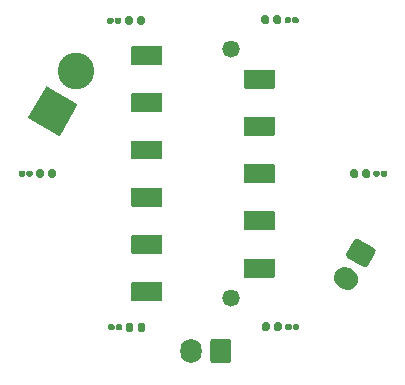
<source format=gts>
G04 #@! TF.GenerationSoftware,KiCad,Pcbnew,(5.1.10)-1*
G04 #@! TF.CreationDate,2021-05-29T19:25:13+08:00*
G04 #@! TF.ProjectId,tiny2_V1.0,74696e79-325f-4563-912e-302e6b696361,rev?*
G04 #@! TF.SameCoordinates,Original*
G04 #@! TF.FileFunction,Soldermask,Top*
G04 #@! TF.FilePolarity,Negative*
%FSLAX46Y46*%
G04 Gerber Fmt 4.6, Leading zero omitted, Abs format (unit mm)*
G04 Created by KiCad (PCBNEW (5.1.10)-1) date 2021-05-29 19:25:13*
%MOMM*%
%LPD*%
G01*
G04 APERTURE LIST*
%ADD10C,3.100000*%
%ADD11O,1.800000X2.100000*%
%ADD12C,1.470000*%
G04 APERTURE END LIST*
G36*
G01*
X12432816Y-8028981D02*
X12692624Y-8178981D01*
G75*
G02*
X13022047Y-9408404I-450000J-779423D01*
G01*
X13022047Y-9408404D01*
G75*
G02*
X11792624Y-9737827I-779423J450000D01*
G01*
X11532816Y-9587827D01*
G75*
G02*
X11203393Y-8358404I450000J779423D01*
G01*
X11203393Y-8358404D01*
G75*
G02*
X12432816Y-8028981I779423J-450000D01*
G01*
G37*
G36*
G01*
X13132635Y-5546270D02*
X14492806Y-6331565D01*
G75*
G02*
X14589694Y-6693158I-132353J-229241D01*
G01*
X13954399Y-7793521D01*
G75*
G02*
X13592805Y-7890410I-229241J132352D01*
G01*
X12232634Y-7105115D01*
G75*
G02*
X12135746Y-6743522I132353J229241D01*
G01*
X12771041Y-5643159D01*
G75*
G02*
X13132635Y-5546270I229241J-132352D01*
G01*
G37*
G36*
G01*
X13119380Y212500D02*
X13119380Y-207500D01*
G75*
G02*
X12959380Y-367500I-160000J0D01*
G01*
X12639380Y-367500D01*
G75*
G02*
X12479380Y-207500I0J160000D01*
G01*
X12479380Y212500D01*
G75*
G02*
X12639380Y372500I160000J0D01*
G01*
X12959380Y372500D01*
G75*
G02*
X13119380Y212500I0J-160000D01*
G01*
G37*
G36*
G01*
X14139380Y212500D02*
X14139380Y-207500D01*
G75*
G02*
X13979380Y-367500I-160000J0D01*
G01*
X13659380Y-367500D01*
G75*
G02*
X13499380Y-207500I0J160000D01*
G01*
X13499380Y212500D01*
G75*
G02*
X13659380Y372500I160000J0D01*
G01*
X13979380Y372500D01*
G75*
G02*
X14139380Y212500I0J-160000D01*
G01*
G37*
G36*
G01*
X-5570940Y12759200D02*
X-5570940Y13179200D01*
G75*
G02*
X-5410940Y13339200I160000J0D01*
G01*
X-5090940Y13339200D01*
G75*
G02*
X-4930940Y13179200I0J-160000D01*
G01*
X-4930940Y12759200D01*
G75*
G02*
X-5090940Y12599200I-160000J0D01*
G01*
X-5410940Y12599200D01*
G75*
G02*
X-5570940Y12759200I0J160000D01*
G01*
G37*
G36*
G01*
X-6590940Y12759200D02*
X-6590940Y13179200D01*
G75*
G02*
X-6430940Y13339200I160000J0D01*
G01*
X-6110940Y13339200D01*
G75*
G02*
X-5950940Y13179200I0J-160000D01*
G01*
X-5950940Y12759200D01*
G75*
G02*
X-6110940Y12599200I-160000J0D01*
G01*
X-6430940Y12599200D01*
G75*
G02*
X-6590940Y12759200I0J160000D01*
G01*
G37*
G36*
G01*
X-5520140Y-13222460D02*
X-5520140Y-12802460D01*
G75*
G02*
X-5360140Y-12642460I160000J0D01*
G01*
X-5040140Y-12642460D01*
G75*
G02*
X-4880140Y-12802460I0J-160000D01*
G01*
X-4880140Y-13222460D01*
G75*
G02*
X-5040140Y-13382460I-160000J0D01*
G01*
X-5360140Y-13382460D01*
G75*
G02*
X-5520140Y-13222460I0J160000D01*
G01*
G37*
G36*
G01*
X-6540140Y-13222460D02*
X-6540140Y-12802460D01*
G75*
G02*
X-6380140Y-12642460I160000J0D01*
G01*
X-6060140Y-12642460D01*
G75*
G02*
X-5900140Y-12802460I0J-160000D01*
G01*
X-5900140Y-13222460D01*
G75*
G02*
X-6060140Y-13382460I-160000J0D01*
G01*
X-6380140Y-13382460D01*
G75*
G02*
X-6540140Y-13222460I0J160000D01*
G01*
G37*
G36*
G01*
X-13102040Y-194800D02*
X-13102040Y225200D01*
G75*
G02*
X-12942040Y385200I160000J0D01*
G01*
X-12622040Y385200D01*
G75*
G02*
X-12462040Y225200I0J-160000D01*
G01*
X-12462040Y-194800D01*
G75*
G02*
X-12622040Y-354800I-160000J0D01*
G01*
X-12942040Y-354800D01*
G75*
G02*
X-13102040Y-194800I0J160000D01*
G01*
G37*
G36*
G01*
X-14122040Y-194800D02*
X-14122040Y225200D01*
G75*
G02*
X-13962040Y385200I160000J0D01*
G01*
X-13642040Y385200D01*
G75*
G02*
X-13482040Y225200I0J-160000D01*
G01*
X-13482040Y-194800D01*
G75*
G02*
X-13642040Y-354800I-160000J0D01*
G01*
X-13962040Y-354800D01*
G75*
G02*
X-14122040Y-194800I0J160000D01*
G01*
G37*
G36*
G01*
X5641620Y-12751660D02*
X5641620Y-13171660D01*
G75*
G02*
X5481620Y-13331660I-160000J0D01*
G01*
X5161620Y-13331660D01*
G75*
G02*
X5001620Y-13171660I0J160000D01*
G01*
X5001620Y-12751660D01*
G75*
G02*
X5161620Y-12591660I160000J0D01*
G01*
X5481620Y-12591660D01*
G75*
G02*
X5641620Y-12751660I0J-160000D01*
G01*
G37*
G36*
G01*
X6661620Y-12751660D02*
X6661620Y-13171660D01*
G75*
G02*
X6501620Y-13331660I-160000J0D01*
G01*
X6181620Y-13331660D01*
G75*
G02*
X6021620Y-13171660I0J160000D01*
G01*
X6021620Y-12751660D01*
G75*
G02*
X6181620Y-12591660I160000J0D01*
G01*
X6501620Y-12591660D01*
G75*
G02*
X6661620Y-12751660I0J-160000D01*
G01*
G37*
G36*
G01*
X5578120Y13232540D02*
X5578120Y12812540D01*
G75*
G02*
X5418120Y12652540I-160000J0D01*
G01*
X5098120Y12652540D01*
G75*
G02*
X4938120Y12812540I0J160000D01*
G01*
X4938120Y13232540D01*
G75*
G02*
X5098120Y13392540I160000J0D01*
G01*
X5418120Y13392540D01*
G75*
G02*
X5578120Y13232540I0J-160000D01*
G01*
G37*
G36*
G01*
X6598120Y13232540D02*
X6598120Y12812540D01*
G75*
G02*
X6438120Y12652540I-160000J0D01*
G01*
X6118120Y12652540D01*
G75*
G02*
X5958120Y12812540I0J160000D01*
G01*
X5958120Y13232540D01*
G75*
G02*
X6118120Y13392540I160000J0D01*
G01*
X6438120Y13392540D01*
G75*
G02*
X6598120Y13232540I0J-160000D01*
G01*
G37*
D10*
X-10788160Y8663659D03*
G36*
G01*
X-12204122Y3211141D02*
X-14802198Y4711141D01*
G75*
G02*
X-14820499Y4779442I25000J43301D01*
G01*
X-13320499Y7377518D01*
G75*
G02*
X-13252198Y7395819I43301J-25000D01*
G01*
X-10654122Y5895819D01*
G75*
G02*
X-10635821Y5827518I-25000J-43301D01*
G01*
X-12135821Y3229442D01*
G75*
G02*
X-12204122Y3211141I-43301J25000D01*
G01*
G37*
D11*
X-1004160Y-15016520D03*
G36*
G01*
X2395840Y-14231225D02*
X2395840Y-15801815D01*
G75*
G02*
X2131135Y-16066520I-264705J0D01*
G01*
X860545Y-16066520D01*
G75*
G02*
X595840Y-15801815I0J264705D01*
G01*
X595840Y-14231225D01*
G75*
G02*
X860545Y-13966520I264705J0D01*
G01*
X2131135Y-13966520D01*
G75*
G02*
X2395840Y-14231225I0J-264705D01*
G01*
G37*
D12*
X2410000Y10550000D03*
X2410000Y-10550000D03*
G36*
G01*
X3515000Y-7200000D02*
X6015000Y-7200000D01*
G75*
G02*
X6065000Y-7250000I0J-50000D01*
G01*
X6065000Y-8750000D01*
G75*
G02*
X6015000Y-8800000I-50000J0D01*
G01*
X3515000Y-8800000D01*
G75*
G02*
X3465000Y-8750000I0J50000D01*
G01*
X3465000Y-7250000D01*
G75*
G02*
X3515000Y-7200000I50000J0D01*
G01*
G37*
G36*
G01*
X3515000Y-3200000D02*
X6015000Y-3200000D01*
G75*
G02*
X6065000Y-3250000I0J-50000D01*
G01*
X6065000Y-4750000D01*
G75*
G02*
X6015000Y-4800000I-50000J0D01*
G01*
X3515000Y-4800000D01*
G75*
G02*
X3465000Y-4750000I0J50000D01*
G01*
X3465000Y-3250000D01*
G75*
G02*
X3515000Y-3200000I50000J0D01*
G01*
G37*
G36*
G01*
X3525200Y8800000D02*
X6025200Y8800000D01*
G75*
G02*
X6075200Y8750000I0J-50000D01*
G01*
X6075200Y7250000D01*
G75*
G02*
X6025200Y7200000I-50000J0D01*
G01*
X3525200Y7200000D01*
G75*
G02*
X3475200Y7250000I0J50000D01*
G01*
X3475200Y8750000D01*
G75*
G02*
X3525200Y8800000I50000J0D01*
G01*
G37*
G36*
G01*
X3515000Y4800000D02*
X6015000Y4800000D01*
G75*
G02*
X6065000Y4750000I0J-50000D01*
G01*
X6065000Y3250000D01*
G75*
G02*
X6015000Y3200000I-50000J0D01*
G01*
X3515000Y3200000D01*
G75*
G02*
X3465000Y3250000I0J50000D01*
G01*
X3465000Y4750000D01*
G75*
G02*
X3515000Y4800000I50000J0D01*
G01*
G37*
G36*
G01*
X3515000Y800000D02*
X6015000Y800000D01*
G75*
G02*
X6065000Y750000I0J-50000D01*
G01*
X6065000Y-750000D01*
G75*
G02*
X6015000Y-800000I-50000J0D01*
G01*
X3515000Y-800000D01*
G75*
G02*
X3465000Y-750000I0J50000D01*
G01*
X3465000Y750000D01*
G75*
G02*
X3515000Y800000I50000J0D01*
G01*
G37*
G36*
G01*
X-6015000Y-9200000D02*
X-3515000Y-9200000D01*
G75*
G02*
X-3465000Y-9250000I0J-50000D01*
G01*
X-3465000Y-10750000D01*
G75*
G02*
X-3515000Y-10800000I-50000J0D01*
G01*
X-6015000Y-10800000D01*
G75*
G02*
X-6065000Y-10750000I0J50000D01*
G01*
X-6065000Y-9250000D01*
G75*
G02*
X-6015000Y-9200000I50000J0D01*
G01*
G37*
G36*
G01*
X-6015000Y-5200000D02*
X-3515000Y-5200000D01*
G75*
G02*
X-3465000Y-5250000I0J-50000D01*
G01*
X-3465000Y-6750000D01*
G75*
G02*
X-3515000Y-6800000I-50000J0D01*
G01*
X-6015000Y-6800000D01*
G75*
G02*
X-6065000Y-6750000I0J50000D01*
G01*
X-6065000Y-5250000D01*
G75*
G02*
X-6015000Y-5200000I50000J0D01*
G01*
G37*
G36*
G01*
X-6015000Y-1200000D02*
X-3515000Y-1200000D01*
G75*
G02*
X-3465000Y-1250000I0J-50000D01*
G01*
X-3465000Y-2750000D01*
G75*
G02*
X-3515000Y-2800000I-50000J0D01*
G01*
X-6015000Y-2800000D01*
G75*
G02*
X-6065000Y-2750000I0J50000D01*
G01*
X-6065000Y-1250000D01*
G75*
G02*
X-6015000Y-1200000I50000J0D01*
G01*
G37*
G36*
G01*
X-6015000Y10800000D02*
X-3515000Y10800000D01*
G75*
G02*
X-3465000Y10750000I0J-50000D01*
G01*
X-3465000Y9250000D01*
G75*
G02*
X-3515000Y9200000I-50000J0D01*
G01*
X-6015000Y9200000D01*
G75*
G02*
X-6065000Y9250000I0J50000D01*
G01*
X-6065000Y10750000D01*
G75*
G02*
X-6015000Y10800000I50000J0D01*
G01*
G37*
G36*
G01*
X-6015000Y6800000D02*
X-3515000Y6800000D01*
G75*
G02*
X-3465000Y6750000I0J-50000D01*
G01*
X-3465000Y5250000D01*
G75*
G02*
X-3515000Y5200000I-50000J0D01*
G01*
X-6015000Y5200000D01*
G75*
G02*
X-6065000Y5250000I0J50000D01*
G01*
X-6065000Y6750000D01*
G75*
G02*
X-6015000Y6800000I50000J0D01*
G01*
G37*
G36*
G01*
X-6015000Y2800000D02*
X-3515000Y2800000D01*
G75*
G02*
X-3465000Y2750000I0J-50000D01*
G01*
X-3465000Y1250000D01*
G75*
G02*
X-3515000Y1200000I-50000J0D01*
G01*
X-6015000Y1200000D01*
G75*
G02*
X-6065000Y1250000I0J50000D01*
G01*
X-6065000Y2750000D01*
G75*
G02*
X-6015000Y2800000I50000J0D01*
G01*
G37*
G36*
G01*
X14966100Y130040D02*
X14966100Y-119960D01*
G75*
G02*
X14841100Y-244960I-125000J0D01*
G01*
X14531100Y-244960D01*
G75*
G02*
X14406100Y-119960I0J125000D01*
G01*
X14406100Y130040D01*
G75*
G02*
X14531100Y255040I125000J0D01*
G01*
X14841100Y255040D01*
G75*
G02*
X14966100Y130040I0J-125000D01*
G01*
G37*
G36*
G01*
X15606100Y130040D02*
X15606100Y-119960D01*
G75*
G02*
X15481100Y-244960I-125000J0D01*
G01*
X15171100Y-244960D01*
G75*
G02*
X15046100Y-119960I0J125000D01*
G01*
X15046100Y130040D01*
G75*
G02*
X15171100Y255040I125000J0D01*
G01*
X15481100Y255040D01*
G75*
G02*
X15606100Y130040I0J-125000D01*
G01*
G37*
G36*
G01*
X-7493860Y12834040D02*
X-7493860Y13084040D01*
G75*
G02*
X-7368860Y13209040I125000J0D01*
G01*
X-7058860Y13209040D01*
G75*
G02*
X-6933860Y13084040I0J-125000D01*
G01*
X-6933860Y12834040D01*
G75*
G02*
X-7058860Y12709040I-125000J0D01*
G01*
X-7368860Y12709040D01*
G75*
G02*
X-7493860Y12834040I0J125000D01*
G01*
G37*
G36*
G01*
X-8133860Y12834040D02*
X-8133860Y13084040D01*
G75*
G02*
X-8008860Y13209040I125000J0D01*
G01*
X-7698860Y13209040D01*
G75*
G02*
X-7573860Y13084040I0J-125000D01*
G01*
X-7573860Y12834040D01*
G75*
G02*
X-7698860Y12709040I-125000J0D01*
G01*
X-8008860Y12709040D01*
G75*
G02*
X-8133860Y12834040I0J125000D01*
G01*
G37*
G36*
G01*
X-7399880Y-13140000D02*
X-7399880Y-12890000D01*
G75*
G02*
X-7274880Y-12765000I125000J0D01*
G01*
X-6964880Y-12765000D01*
G75*
G02*
X-6839880Y-12890000I0J-125000D01*
G01*
X-6839880Y-13140000D01*
G75*
G02*
X-6964880Y-13265000I-125000J0D01*
G01*
X-7274880Y-13265000D01*
G75*
G02*
X-7399880Y-13140000I0J125000D01*
G01*
G37*
G36*
G01*
X-8039880Y-13140000D02*
X-8039880Y-12890000D01*
G75*
G02*
X-7914880Y-12765000I125000J0D01*
G01*
X-7604880Y-12765000D01*
G75*
G02*
X-7479880Y-12890000I0J-125000D01*
G01*
X-7479880Y-13140000D01*
G75*
G02*
X-7604880Y-13265000I-125000J0D01*
G01*
X-7914880Y-13265000D01*
G75*
G02*
X-8039880Y-13140000I0J125000D01*
G01*
G37*
G36*
G01*
X-14969080Y-119960D02*
X-14969080Y130040D01*
G75*
G02*
X-14844080Y255040I125000J0D01*
G01*
X-14534080Y255040D01*
G75*
G02*
X-14409080Y130040I0J-125000D01*
G01*
X-14409080Y-119960D01*
G75*
G02*
X-14534080Y-244960I-125000J0D01*
G01*
X-14844080Y-244960D01*
G75*
G02*
X-14969080Y-119960I0J125000D01*
G01*
G37*
G36*
G01*
X-15609080Y-119960D02*
X-15609080Y130040D01*
G75*
G02*
X-15484080Y255040I125000J0D01*
G01*
X-15174080Y255040D01*
G75*
G02*
X-15049080Y130040I0J-125000D01*
G01*
X-15049080Y-119960D01*
G75*
G02*
X-15174080Y-244960I-125000J0D01*
G01*
X-15484080Y-244960D01*
G75*
G02*
X-15609080Y-119960I0J125000D01*
G01*
G37*
G36*
G01*
X7511200Y-12841740D02*
X7511200Y-13091740D01*
G75*
G02*
X7386200Y-13216740I-125000J0D01*
G01*
X7076200Y-13216740D01*
G75*
G02*
X6951200Y-13091740I0J125000D01*
G01*
X6951200Y-12841740D01*
G75*
G02*
X7076200Y-12716740I125000J0D01*
G01*
X7386200Y-12716740D01*
G75*
G02*
X7511200Y-12841740I0J-125000D01*
G01*
G37*
G36*
G01*
X8151200Y-12841740D02*
X8151200Y-13091740D01*
G75*
G02*
X8026200Y-13216740I-125000J0D01*
G01*
X7716200Y-13216740D01*
G75*
G02*
X7591200Y-13091740I0J125000D01*
G01*
X7591200Y-12841740D01*
G75*
G02*
X7716200Y-12716740I125000J0D01*
G01*
X8026200Y-12716740D01*
G75*
G02*
X8151200Y-12841740I0J-125000D01*
G01*
G37*
G36*
G01*
X7462940Y13114520D02*
X7462940Y12864520D01*
G75*
G02*
X7337940Y12739520I-125000J0D01*
G01*
X7027940Y12739520D01*
G75*
G02*
X6902940Y12864520I0J125000D01*
G01*
X6902940Y13114520D01*
G75*
G02*
X7027940Y13239520I125000J0D01*
G01*
X7337940Y13239520D01*
G75*
G02*
X7462940Y13114520I0J-125000D01*
G01*
G37*
G36*
G01*
X8102940Y13114520D02*
X8102940Y12864520D01*
G75*
G02*
X7977940Y12739520I-125000J0D01*
G01*
X7667940Y12739520D01*
G75*
G02*
X7542940Y12864520I0J125000D01*
G01*
X7542940Y13114520D01*
G75*
G02*
X7667940Y13239520I125000J0D01*
G01*
X7977940Y13239520D01*
G75*
G02*
X8102940Y13114520I0J-125000D01*
G01*
G37*
M02*

</source>
